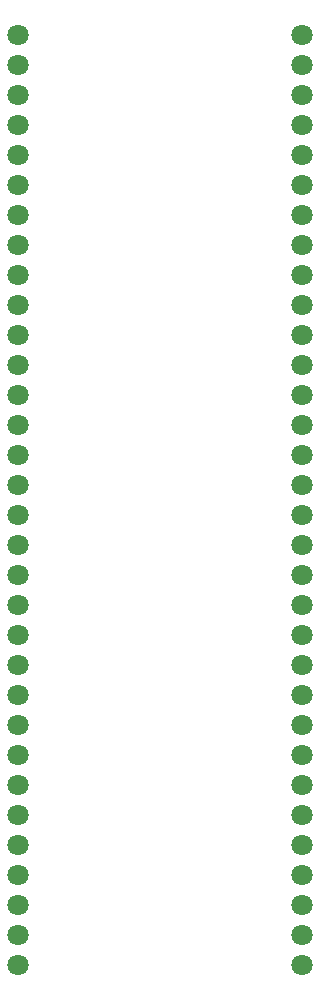
<source format=gbl>
G04*
G04 #@! TF.GenerationSoftware,Altium Limited,Altium Designer,23.11.1 (41)*
G04*
G04 Layer_Physical_Order=2*
G04 Layer_Color=16711680*
%FSLAX44Y44*%
%MOMM*%
G71*
G04*
G04 #@! TF.SameCoordinates,11E07B4A-1F4E-4BC8-8AC4-A4D7A99C9414*
G04*
G04*
G04 #@! TF.FilePolarity,Positive*
G04*
G01*
G75*
%ADD18C,1.8000*%
D18*
X266000Y785600D02*
D03*
Y633200D02*
D03*
Y658600D02*
D03*
Y811000D02*
D03*
Y709400D02*
D03*
Y734800D02*
D03*
Y760200D02*
D03*
Y684000D02*
D03*
X26000Y455400D02*
D03*
Y379200D02*
D03*
Y404600D02*
D03*
Y430000D02*
D03*
Y328400D02*
D03*
Y480800D02*
D03*
Y506200D02*
D03*
Y531600D02*
D03*
Y557000D02*
D03*
Y582400D02*
D03*
Y607800D02*
D03*
Y353800D02*
D03*
Y150600D02*
D03*
Y74400D02*
D03*
Y99800D02*
D03*
Y125200D02*
D03*
Y23600D02*
D03*
Y176000D02*
D03*
Y201400D02*
D03*
Y226800D02*
D03*
Y252200D02*
D03*
Y277600D02*
D03*
Y303000D02*
D03*
Y49000D02*
D03*
Y760200D02*
D03*
Y684000D02*
D03*
Y709400D02*
D03*
Y734800D02*
D03*
Y633200D02*
D03*
Y785600D02*
D03*
Y811000D02*
D03*
Y658600D02*
D03*
X266000Y582400D02*
D03*
Y328400D02*
D03*
Y353800D02*
D03*
Y379200D02*
D03*
Y404600D02*
D03*
Y430000D02*
D03*
Y455400D02*
D03*
Y607800D02*
D03*
Y506200D02*
D03*
Y531600D02*
D03*
Y557000D02*
D03*
Y480800D02*
D03*
Y277600D02*
D03*
Y23600D02*
D03*
Y49000D02*
D03*
Y74400D02*
D03*
Y99800D02*
D03*
Y125200D02*
D03*
Y150600D02*
D03*
Y303000D02*
D03*
Y201400D02*
D03*
Y226800D02*
D03*
Y252200D02*
D03*
Y176000D02*
D03*
M02*

</source>
